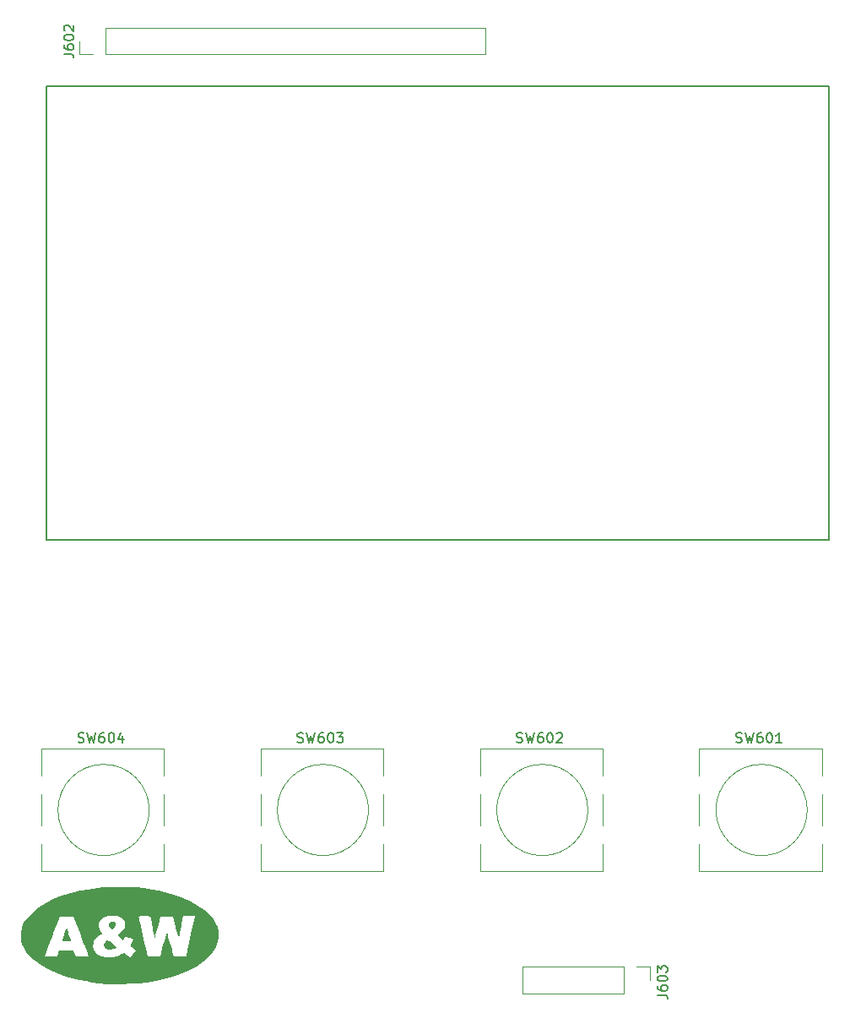
<source format=gbr>
%TF.GenerationSoftware,KiCad,Pcbnew,(6.0.8)*%
%TF.CreationDate,2023-03-03T00:49:48+05:30*%
%TF.ProjectId,STM32DryerPCB,53544d33-3244-4727-9965-725043422e6b,rev?*%
%TF.SameCoordinates,Original*%
%TF.FileFunction,Legend,Top*%
%TF.FilePolarity,Positive*%
%FSLAX46Y46*%
G04 Gerber Fmt 4.6, Leading zero omitted, Abs format (unit mm)*
G04 Created by KiCad (PCBNEW (6.0.8)) date 2023-03-03 00:49:48*
%MOMM*%
%LPD*%
G01*
G04 APERTURE LIST*
%ADD10C,0.150000*%
%ADD11C,0.120000*%
G04 APERTURE END LIST*
D10*
X-180500000Y-30000000D02*
X-102000000Y-30000000D01*
X-102000000Y-30000000D02*
X-102000000Y-75500000D01*
X-102000000Y-75500000D02*
X-180500000Y-75500000D01*
X-180500000Y-75500000D02*
X-180500000Y-30000000D01*
%TO.C,SW602*%
X-133345714Y-95744761D02*
X-133202857Y-95792380D01*
X-132964761Y-95792380D01*
X-132869523Y-95744761D01*
X-132821904Y-95697142D01*
X-132774285Y-95601904D01*
X-132774285Y-95506666D01*
X-132821904Y-95411428D01*
X-132869523Y-95363809D01*
X-132964761Y-95316190D01*
X-133155238Y-95268571D01*
X-133250476Y-95220952D01*
X-133298095Y-95173333D01*
X-133345714Y-95078095D01*
X-133345714Y-94982857D01*
X-133298095Y-94887619D01*
X-133250476Y-94840000D01*
X-133155238Y-94792380D01*
X-132917142Y-94792380D01*
X-132774285Y-94840000D01*
X-132440952Y-94792380D02*
X-132202857Y-95792380D01*
X-132012380Y-95078095D01*
X-131821904Y-95792380D01*
X-131583809Y-94792380D01*
X-130774285Y-94792380D02*
X-130964761Y-94792380D01*
X-131060000Y-94840000D01*
X-131107619Y-94887619D01*
X-131202857Y-95030476D01*
X-131250476Y-95220952D01*
X-131250476Y-95601904D01*
X-131202857Y-95697142D01*
X-131155238Y-95744761D01*
X-131060000Y-95792380D01*
X-130869523Y-95792380D01*
X-130774285Y-95744761D01*
X-130726666Y-95697142D01*
X-130679047Y-95601904D01*
X-130679047Y-95363809D01*
X-130726666Y-95268571D01*
X-130774285Y-95220952D01*
X-130869523Y-95173333D01*
X-131060000Y-95173333D01*
X-131155238Y-95220952D01*
X-131202857Y-95268571D01*
X-131250476Y-95363809D01*
X-130060000Y-94792380D02*
X-129964761Y-94792380D01*
X-129869523Y-94840000D01*
X-129821904Y-94887619D01*
X-129774285Y-94982857D01*
X-129726666Y-95173333D01*
X-129726666Y-95411428D01*
X-129774285Y-95601904D01*
X-129821904Y-95697142D01*
X-129869523Y-95744761D01*
X-129964761Y-95792380D01*
X-130060000Y-95792380D01*
X-130155238Y-95744761D01*
X-130202857Y-95697142D01*
X-130250476Y-95601904D01*
X-130298095Y-95411428D01*
X-130298095Y-95173333D01*
X-130250476Y-94982857D01*
X-130202857Y-94887619D01*
X-130155238Y-94840000D01*
X-130060000Y-94792380D01*
X-129345714Y-94887619D02*
X-129298095Y-94840000D01*
X-129202857Y-94792380D01*
X-128964761Y-94792380D01*
X-128869523Y-94840000D01*
X-128821904Y-94887619D01*
X-128774285Y-94982857D01*
X-128774285Y-95078095D01*
X-128821904Y-95220952D01*
X-129393333Y-95792380D01*
X-128774285Y-95792380D01*
%TO.C,J603*%
X-119247619Y-121085714D02*
X-118533333Y-121085714D01*
X-118390476Y-121133333D01*
X-118295238Y-121228571D01*
X-118247619Y-121371428D01*
X-118247619Y-121466666D01*
X-119247619Y-120180952D02*
X-119247619Y-120371428D01*
X-119200000Y-120466666D01*
X-119152380Y-120514285D01*
X-119009523Y-120609523D01*
X-118819047Y-120657142D01*
X-118438095Y-120657142D01*
X-118342857Y-120609523D01*
X-118295238Y-120561904D01*
X-118247619Y-120466666D01*
X-118247619Y-120276190D01*
X-118295238Y-120180952D01*
X-118342857Y-120133333D01*
X-118438095Y-120085714D01*
X-118676190Y-120085714D01*
X-118771428Y-120133333D01*
X-118819047Y-120180952D01*
X-118866666Y-120276190D01*
X-118866666Y-120466666D01*
X-118819047Y-120561904D01*
X-118771428Y-120609523D01*
X-118676190Y-120657142D01*
X-119247619Y-119466666D02*
X-119247619Y-119371428D01*
X-119200000Y-119276190D01*
X-119152380Y-119228571D01*
X-119057142Y-119180952D01*
X-118866666Y-119133333D01*
X-118628571Y-119133333D01*
X-118438095Y-119180952D01*
X-118342857Y-119228571D01*
X-118295238Y-119276190D01*
X-118247619Y-119371428D01*
X-118247619Y-119466666D01*
X-118295238Y-119561904D01*
X-118342857Y-119609523D01*
X-118438095Y-119657142D01*
X-118628571Y-119704761D01*
X-118866666Y-119704761D01*
X-119057142Y-119657142D01*
X-119152380Y-119609523D01*
X-119200000Y-119561904D01*
X-119247619Y-119466666D01*
X-119247619Y-118800000D02*
X-119247619Y-118180952D01*
X-118866666Y-118514285D01*
X-118866666Y-118371428D01*
X-118819047Y-118276190D01*
X-118771428Y-118228571D01*
X-118676190Y-118180952D01*
X-118438095Y-118180952D01*
X-118342857Y-118228571D01*
X-118295238Y-118276190D01*
X-118247619Y-118371428D01*
X-118247619Y-118657142D01*
X-118295238Y-118752380D01*
X-118342857Y-118800000D01*
%TO.C,SW604*%
X-177345714Y-95744761D02*
X-177202857Y-95792380D01*
X-176964761Y-95792380D01*
X-176869523Y-95744761D01*
X-176821904Y-95697142D01*
X-176774285Y-95601904D01*
X-176774285Y-95506666D01*
X-176821904Y-95411428D01*
X-176869523Y-95363809D01*
X-176964761Y-95316190D01*
X-177155238Y-95268571D01*
X-177250476Y-95220952D01*
X-177298095Y-95173333D01*
X-177345714Y-95078095D01*
X-177345714Y-94982857D01*
X-177298095Y-94887619D01*
X-177250476Y-94840000D01*
X-177155238Y-94792380D01*
X-176917142Y-94792380D01*
X-176774285Y-94840000D01*
X-176440952Y-94792380D02*
X-176202857Y-95792380D01*
X-176012380Y-95078095D01*
X-175821904Y-95792380D01*
X-175583809Y-94792380D01*
X-174774285Y-94792380D02*
X-174964761Y-94792380D01*
X-175060000Y-94840000D01*
X-175107619Y-94887619D01*
X-175202857Y-95030476D01*
X-175250476Y-95220952D01*
X-175250476Y-95601904D01*
X-175202857Y-95697142D01*
X-175155238Y-95744761D01*
X-175060000Y-95792380D01*
X-174869523Y-95792380D01*
X-174774285Y-95744761D01*
X-174726666Y-95697142D01*
X-174679047Y-95601904D01*
X-174679047Y-95363809D01*
X-174726666Y-95268571D01*
X-174774285Y-95220952D01*
X-174869523Y-95173333D01*
X-175060000Y-95173333D01*
X-175155238Y-95220952D01*
X-175202857Y-95268571D01*
X-175250476Y-95363809D01*
X-174060000Y-94792380D02*
X-173964761Y-94792380D01*
X-173869523Y-94840000D01*
X-173821904Y-94887619D01*
X-173774285Y-94982857D01*
X-173726666Y-95173333D01*
X-173726666Y-95411428D01*
X-173774285Y-95601904D01*
X-173821904Y-95697142D01*
X-173869523Y-95744761D01*
X-173964761Y-95792380D01*
X-174060000Y-95792380D01*
X-174155238Y-95744761D01*
X-174202857Y-95697142D01*
X-174250476Y-95601904D01*
X-174298095Y-95411428D01*
X-174298095Y-95173333D01*
X-174250476Y-94982857D01*
X-174202857Y-94887619D01*
X-174155238Y-94840000D01*
X-174060000Y-94792380D01*
X-172869523Y-95125714D02*
X-172869523Y-95792380D01*
X-173107619Y-94744761D02*
X-173345714Y-95459047D01*
X-172726666Y-95459047D01*
%TO.C,SW601*%
X-111345714Y-95744761D02*
X-111202857Y-95792380D01*
X-110964761Y-95792380D01*
X-110869523Y-95744761D01*
X-110821904Y-95697142D01*
X-110774285Y-95601904D01*
X-110774285Y-95506666D01*
X-110821904Y-95411428D01*
X-110869523Y-95363809D01*
X-110964761Y-95316190D01*
X-111155238Y-95268571D01*
X-111250476Y-95220952D01*
X-111298095Y-95173333D01*
X-111345714Y-95078095D01*
X-111345714Y-94982857D01*
X-111298095Y-94887619D01*
X-111250476Y-94840000D01*
X-111155238Y-94792380D01*
X-110917142Y-94792380D01*
X-110774285Y-94840000D01*
X-110440952Y-94792380D02*
X-110202857Y-95792380D01*
X-110012380Y-95078095D01*
X-109821904Y-95792380D01*
X-109583809Y-94792380D01*
X-108774285Y-94792380D02*
X-108964761Y-94792380D01*
X-109060000Y-94840000D01*
X-109107619Y-94887619D01*
X-109202857Y-95030476D01*
X-109250476Y-95220952D01*
X-109250476Y-95601904D01*
X-109202857Y-95697142D01*
X-109155238Y-95744761D01*
X-109060000Y-95792380D01*
X-108869523Y-95792380D01*
X-108774285Y-95744761D01*
X-108726666Y-95697142D01*
X-108679047Y-95601904D01*
X-108679047Y-95363809D01*
X-108726666Y-95268571D01*
X-108774285Y-95220952D01*
X-108869523Y-95173333D01*
X-109060000Y-95173333D01*
X-109155238Y-95220952D01*
X-109202857Y-95268571D01*
X-109250476Y-95363809D01*
X-108060000Y-94792380D02*
X-107964761Y-94792380D01*
X-107869523Y-94840000D01*
X-107821904Y-94887619D01*
X-107774285Y-94982857D01*
X-107726666Y-95173333D01*
X-107726666Y-95411428D01*
X-107774285Y-95601904D01*
X-107821904Y-95697142D01*
X-107869523Y-95744761D01*
X-107964761Y-95792380D01*
X-108060000Y-95792380D01*
X-108155238Y-95744761D01*
X-108202857Y-95697142D01*
X-108250476Y-95601904D01*
X-108298095Y-95411428D01*
X-108298095Y-95173333D01*
X-108250476Y-94982857D01*
X-108202857Y-94887619D01*
X-108155238Y-94840000D01*
X-108060000Y-94792380D01*
X-106774285Y-95792380D02*
X-107345714Y-95792380D01*
X-107060000Y-95792380D02*
X-107060000Y-94792380D01*
X-107155238Y-94935238D01*
X-107250476Y-95030476D01*
X-107345714Y-95078095D01*
%TO.C,SW603*%
X-155345714Y-95744761D02*
X-155202857Y-95792380D01*
X-154964761Y-95792380D01*
X-154869523Y-95744761D01*
X-154821904Y-95697142D01*
X-154774285Y-95601904D01*
X-154774285Y-95506666D01*
X-154821904Y-95411428D01*
X-154869523Y-95363809D01*
X-154964761Y-95316190D01*
X-155155238Y-95268571D01*
X-155250476Y-95220952D01*
X-155298095Y-95173333D01*
X-155345714Y-95078095D01*
X-155345714Y-94982857D01*
X-155298095Y-94887619D01*
X-155250476Y-94840000D01*
X-155155238Y-94792380D01*
X-154917142Y-94792380D01*
X-154774285Y-94840000D01*
X-154440952Y-94792380D02*
X-154202857Y-95792380D01*
X-154012380Y-95078095D01*
X-153821904Y-95792380D01*
X-153583809Y-94792380D01*
X-152774285Y-94792380D02*
X-152964761Y-94792380D01*
X-153060000Y-94840000D01*
X-153107619Y-94887619D01*
X-153202857Y-95030476D01*
X-153250476Y-95220952D01*
X-153250476Y-95601904D01*
X-153202857Y-95697142D01*
X-153155238Y-95744761D01*
X-153060000Y-95792380D01*
X-152869523Y-95792380D01*
X-152774285Y-95744761D01*
X-152726666Y-95697142D01*
X-152679047Y-95601904D01*
X-152679047Y-95363809D01*
X-152726666Y-95268571D01*
X-152774285Y-95220952D01*
X-152869523Y-95173333D01*
X-153060000Y-95173333D01*
X-153155238Y-95220952D01*
X-153202857Y-95268571D01*
X-153250476Y-95363809D01*
X-152060000Y-94792380D02*
X-151964761Y-94792380D01*
X-151869523Y-94840000D01*
X-151821904Y-94887619D01*
X-151774285Y-94982857D01*
X-151726666Y-95173333D01*
X-151726666Y-95411428D01*
X-151774285Y-95601904D01*
X-151821904Y-95697142D01*
X-151869523Y-95744761D01*
X-151964761Y-95792380D01*
X-152060000Y-95792380D01*
X-152155238Y-95744761D01*
X-152202857Y-95697142D01*
X-152250476Y-95601904D01*
X-152298095Y-95411428D01*
X-152298095Y-95173333D01*
X-152250476Y-94982857D01*
X-152202857Y-94887619D01*
X-152155238Y-94840000D01*
X-152060000Y-94792380D01*
X-151393333Y-94792380D02*
X-150774285Y-94792380D01*
X-151107619Y-95173333D01*
X-150964761Y-95173333D01*
X-150869523Y-95220952D01*
X-150821904Y-95268571D01*
X-150774285Y-95363809D01*
X-150774285Y-95601904D01*
X-150821904Y-95697142D01*
X-150869523Y-95744761D01*
X-150964761Y-95792380D01*
X-151250476Y-95792380D01*
X-151345714Y-95744761D01*
X-151393333Y-95697142D01*
%TO.C,J602*%
X-178777619Y-26785714D02*
X-178063333Y-26785714D01*
X-177920476Y-26833333D01*
X-177825238Y-26928571D01*
X-177777619Y-27071428D01*
X-177777619Y-27166666D01*
X-178777619Y-25880952D02*
X-178777619Y-26071428D01*
X-178730000Y-26166666D01*
X-178682380Y-26214285D01*
X-178539523Y-26309523D01*
X-178349047Y-26357142D01*
X-177968095Y-26357142D01*
X-177872857Y-26309523D01*
X-177825238Y-26261904D01*
X-177777619Y-26166666D01*
X-177777619Y-25976190D01*
X-177825238Y-25880952D01*
X-177872857Y-25833333D01*
X-177968095Y-25785714D01*
X-178206190Y-25785714D01*
X-178301428Y-25833333D01*
X-178349047Y-25880952D01*
X-178396666Y-25976190D01*
X-178396666Y-26166666D01*
X-178349047Y-26261904D01*
X-178301428Y-26309523D01*
X-178206190Y-26357142D01*
X-178777619Y-25166666D02*
X-178777619Y-25071428D01*
X-178730000Y-24976190D01*
X-178682380Y-24928571D01*
X-178587142Y-24880952D01*
X-178396666Y-24833333D01*
X-178158571Y-24833333D01*
X-177968095Y-24880952D01*
X-177872857Y-24928571D01*
X-177825238Y-24976190D01*
X-177777619Y-25071428D01*
X-177777619Y-25166666D01*
X-177825238Y-25261904D01*
X-177872857Y-25309523D01*
X-177968095Y-25357142D01*
X-178158571Y-25404761D01*
X-178396666Y-25404761D01*
X-178587142Y-25357142D01*
X-178682380Y-25309523D01*
X-178730000Y-25261904D01*
X-178777619Y-25166666D01*
X-178682380Y-24452380D02*
X-178730000Y-24404761D01*
X-178777619Y-24309523D01*
X-178777619Y-24071428D01*
X-178730000Y-23976190D01*
X-178682380Y-23928571D01*
X-178587142Y-23880952D01*
X-178491904Y-23880952D01*
X-178349047Y-23928571D01*
X-177777619Y-24500000D01*
X-177777619Y-23880952D01*
D11*
%TO.C,SW602*%
X-137040000Y-96350000D02*
X-124740000Y-96350000D01*
X-137040000Y-99070000D02*
X-137040000Y-96350000D01*
X-124740000Y-108650000D02*
X-137040000Y-108650000D01*
X-124740000Y-100930000D02*
X-124740000Y-104070000D01*
X-137040000Y-108650000D02*
X-137040000Y-105930000D01*
X-124740000Y-105930000D02*
X-124740000Y-108650000D01*
X-124740000Y-96350000D02*
X-124740000Y-99070000D01*
X-137040000Y-104070000D02*
X-137040000Y-100930000D01*
X-126210950Y-102540000D02*
G75*
G03*
X-126210950Y-102540000I-4579050J0D01*
G01*
%TO.C,J603*%
X-122570000Y-118270000D02*
X-132790000Y-118270000D01*
X-122570000Y-118270000D02*
X-122570000Y-120930000D01*
X-119970000Y-118270000D02*
X-119970000Y-119600000D01*
X-132790000Y-118270000D02*
X-132790000Y-120930000D01*
X-122570000Y-120930000D02*
X-132790000Y-120930000D01*
X-121300000Y-118270000D02*
X-119970000Y-118270000D01*
%TO.C,G\u002A\u002A\u002A*%
G36*
X-174334005Y-115562130D02*
G01*
X-174218771Y-115650596D01*
X-174187240Y-115677828D01*
X-174038694Y-115806830D01*
X-173855132Y-115963213D01*
X-173765545Y-116038524D01*
X-173627579Y-116161389D01*
X-173536610Y-116256906D01*
X-173515081Y-116293275D01*
X-173566389Y-116346087D01*
X-173695014Y-116409603D01*
X-173863006Y-116469909D01*
X-174032415Y-116513097D01*
X-174149800Y-116525946D01*
X-174323170Y-116495087D01*
X-174471256Y-116436442D01*
X-174658924Y-116279652D01*
X-174747368Y-116075110D01*
X-174752668Y-116006308D01*
X-174718920Y-115899939D01*
X-174636649Y-115760888D01*
X-174534308Y-115628205D01*
X-174440353Y-115540941D01*
X-174402999Y-115526450D01*
X-174334005Y-115562130D01*
G37*
G36*
X-173754002Y-113738641D02*
G01*
X-173607610Y-113830581D01*
X-173543440Y-113938756D01*
X-173551594Y-114090991D01*
X-173647433Y-114262431D01*
X-173812147Y-114421771D01*
X-173849390Y-114447904D01*
X-173942377Y-114494128D01*
X-174015196Y-114466676D01*
X-174095455Y-114375259D01*
X-174227141Y-114167429D01*
X-174260091Y-113995393D01*
X-174223837Y-113879256D01*
X-174101987Y-113759492D01*
X-173932085Y-113713782D01*
X-173754002Y-113738641D01*
G37*
G36*
X-178473125Y-114359409D02*
G01*
X-178423775Y-114509296D01*
X-178356752Y-114723169D01*
X-178300587Y-114907656D01*
X-178222372Y-115164325D01*
X-178152977Y-115386238D01*
X-178101631Y-115544191D01*
X-178081755Y-115600116D01*
X-178071978Y-115652231D01*
X-178108816Y-115683169D01*
X-178213719Y-115698313D01*
X-178408141Y-115703050D01*
X-178492561Y-115703248D01*
X-178720900Y-115700484D01*
X-178853448Y-115688613D01*
X-178912221Y-115662262D01*
X-178919237Y-115616061D01*
X-178915294Y-115600116D01*
X-178832196Y-115316285D01*
X-178745462Y-115030616D01*
X-178662030Y-114764696D01*
X-178588836Y-114540114D01*
X-178532818Y-114378458D01*
X-178500911Y-114301315D01*
X-178496907Y-114298024D01*
X-178473125Y-114359409D01*
G37*
G36*
X-182846239Y-116246799D02*
G01*
X-182954333Y-116004116D01*
X-183047800Y-115655699D01*
X-183089725Y-115247101D01*
X-183080109Y-114824143D01*
X-183018951Y-114432642D01*
X-182954333Y-114223726D01*
X-182686227Y-113697626D01*
X-182308420Y-113194752D01*
X-181827450Y-112718809D01*
X-181249854Y-112273506D01*
X-180582169Y-111862547D01*
X-179830934Y-111489642D01*
X-179002685Y-111158495D01*
X-178103960Y-110872815D01*
X-177141296Y-110636309D01*
X-176373317Y-110492122D01*
X-175841603Y-110410052D01*
X-175358276Y-110348064D01*
X-174891125Y-110303759D01*
X-174407941Y-110274736D01*
X-173876511Y-110258597D01*
X-173264626Y-110252942D01*
X-173161484Y-110252850D01*
X-172256883Y-110266061D01*
X-171436284Y-110308039D01*
X-170668561Y-110382304D01*
X-169922588Y-110492374D01*
X-169167236Y-110641766D01*
X-168653132Y-110762455D01*
X-167709481Y-111029066D01*
X-166839244Y-111341759D01*
X-166048186Y-111696753D01*
X-165342072Y-112090267D01*
X-164726665Y-112518522D01*
X-164207732Y-112977738D01*
X-163791036Y-113464133D01*
X-163482343Y-113973927D01*
X-163375039Y-114223652D01*
X-163238175Y-114748941D01*
X-163217443Y-115276585D01*
X-163311365Y-115801200D01*
X-163518463Y-116317404D01*
X-163837259Y-116819814D01*
X-164203698Y-117240871D01*
X-164792761Y-117759624D01*
X-165485794Y-118230562D01*
X-166278248Y-118651866D01*
X-167165572Y-119021719D01*
X-168143217Y-119338302D01*
X-169206634Y-119599795D01*
X-170351272Y-119804382D01*
X-170758119Y-119860651D01*
X-171021368Y-119887228D01*
X-171372029Y-119912075D01*
X-171786594Y-119934498D01*
X-172241556Y-119953803D01*
X-172713407Y-119969296D01*
X-173178641Y-119980282D01*
X-173613749Y-119986067D01*
X-173995226Y-119985956D01*
X-174299564Y-119979256D01*
X-174458004Y-119969937D01*
X-175240028Y-119893603D01*
X-175932563Y-119807926D01*
X-176563877Y-119708608D01*
X-177162240Y-119591352D01*
X-177581438Y-119495130D01*
X-178536727Y-119229690D01*
X-179418575Y-118916625D01*
X-180221248Y-118559661D01*
X-180939010Y-118162526D01*
X-181566125Y-117728946D01*
X-182096859Y-117262647D01*
X-182120352Y-117235499D01*
X-180701955Y-117235499D01*
X-179411645Y-117235499D01*
X-179316901Y-116909592D01*
X-179222158Y-116583686D01*
X-178508708Y-116600196D01*
X-177795258Y-116616705D01*
X-177693653Y-116911369D01*
X-177592048Y-117206032D01*
X-176933886Y-117222739D01*
X-176648278Y-117228644D01*
X-176461493Y-117227244D01*
X-176354577Y-117215853D01*
X-176308577Y-117191790D01*
X-176304541Y-117152369D01*
X-176309570Y-117134339D01*
X-176337824Y-117056002D01*
X-176402816Y-116880901D01*
X-176499495Y-116622481D01*
X-176622813Y-116294188D01*
X-176649300Y-116223866D01*
X-175853522Y-116223866D01*
X-175776928Y-116534759D01*
X-175602491Y-116811954D01*
X-175340223Y-117038839D01*
X-175046706Y-117182979D01*
X-174863859Y-117239042D01*
X-174679173Y-117270627D01*
X-174455416Y-117281378D01*
X-174155355Y-117274938D01*
X-174121044Y-117273544D01*
X-173820152Y-117256305D01*
X-173596505Y-117228428D01*
X-173409504Y-117181425D01*
X-173218551Y-117106807D01*
X-173129837Y-117066331D01*
X-172740787Y-116884272D01*
X-172435474Y-117091574D01*
X-172130162Y-117298876D01*
X-171877759Y-117016723D01*
X-171698058Y-116812321D01*
X-171593886Y-116673389D01*
X-171561653Y-116578035D01*
X-171597767Y-116504365D01*
X-171698638Y-116430486D01*
X-171774223Y-116385463D01*
X-171930759Y-116287177D01*
X-172041506Y-116205554D01*
X-172070412Y-116176032D01*
X-172067586Y-116092969D01*
X-172018781Y-115952361D01*
X-171992621Y-115896801D01*
X-171883689Y-115673287D01*
X-171835570Y-115530833D01*
X-171854708Y-115445919D01*
X-171947551Y-115395026D01*
X-172120545Y-115354636D01*
X-172142413Y-115350287D01*
X-172343808Y-115309107D01*
X-172506646Y-115273604D01*
X-172575961Y-115256692D01*
X-172670255Y-115287913D01*
X-172754209Y-115412470D01*
X-172840256Y-115594159D01*
X-173118736Y-115349032D01*
X-173263651Y-115215210D01*
X-173364367Y-115110240D01*
X-173397215Y-115061324D01*
X-173352933Y-115006635D01*
X-173238862Y-114910767D01*
X-173131795Y-114831659D01*
X-172851363Y-114582703D01*
X-172685170Y-114310527D01*
X-172631310Y-114017648D01*
X-172683524Y-113721006D01*
X-172836932Y-113478419D01*
X-173085805Y-113294350D01*
X-173281434Y-113224392D01*
X-171254351Y-113224392D01*
X-171253843Y-113275760D01*
X-171248403Y-113301740D01*
X-171225217Y-113406647D01*
X-171182364Y-113601082D01*
X-171125482Y-113859454D01*
X-171060205Y-114156173D01*
X-171043986Y-114229930D01*
X-170969587Y-114567336D01*
X-170878503Y-114978953D01*
X-170779782Y-115423972D01*
X-170682472Y-115861584D01*
X-170630348Y-116095463D01*
X-170555007Y-116435068D01*
X-170489439Y-116734255D01*
X-170437672Y-116974347D01*
X-170403732Y-117136664D01*
X-170391647Y-117202445D01*
X-170336784Y-117216081D01*
X-170188286Y-117224256D01*
X-169970291Y-117226191D01*
X-169763473Y-117222759D01*
X-169135300Y-117206032D01*
X-168809312Y-116012645D01*
X-168710705Y-115657863D01*
X-168620520Y-115345047D01*
X-168543829Y-115090854D01*
X-168485701Y-114911938D01*
X-168451207Y-114824955D01*
X-168446003Y-114819257D01*
X-168419041Y-114873147D01*
X-168367015Y-115022804D01*
X-168295603Y-115250209D01*
X-168210480Y-115537342D01*
X-168125750Y-115835847D01*
X-168030300Y-116178601D01*
X-167942199Y-116494584D01*
X-167867803Y-116761032D01*
X-167813466Y-116955180D01*
X-167788477Y-117043967D01*
X-167734135Y-117235499D01*
X-167119234Y-117235499D01*
X-166844061Y-117234158D01*
X-166664598Y-117227105D01*
X-166558696Y-117209797D01*
X-166504206Y-117177687D01*
X-166478979Y-117126232D01*
X-166472984Y-117102900D01*
X-166449220Y-116998181D01*
X-166405550Y-116801695D01*
X-166345519Y-116529665D01*
X-166272672Y-116198317D01*
X-166190551Y-115823874D01*
X-166102700Y-115422559D01*
X-166012664Y-115010598D01*
X-165923985Y-114604214D01*
X-165840209Y-114219631D01*
X-165764877Y-113873072D01*
X-165701536Y-113580763D01*
X-165653727Y-113358927D01*
X-165624995Y-113223788D01*
X-165618097Y-113189080D01*
X-165672855Y-113180682D01*
X-165820436Y-113174031D01*
X-166035800Y-113169978D01*
X-166203198Y-113169141D01*
X-166788298Y-113169141D01*
X-166853578Y-113478538D01*
X-166890167Y-113657773D01*
X-166941758Y-113918152D01*
X-167001542Y-114224990D01*
X-167062709Y-114543602D01*
X-167063694Y-114548774D01*
X-167118914Y-114832713D01*
X-167167596Y-115071656D01*
X-167205060Y-115243434D01*
X-167226624Y-115325881D01*
X-167228600Y-115329683D01*
X-167249641Y-115282175D01*
X-167296271Y-115137957D01*
X-167363375Y-114914118D01*
X-167445838Y-114627744D01*
X-167538546Y-114295922D01*
X-167544532Y-114274181D01*
X-167840394Y-113198608D01*
X-169053566Y-113198608D01*
X-169165516Y-113611137D01*
X-169303231Y-114117356D01*
X-169413585Y-114519821D01*
X-169499507Y-114828683D01*
X-169563930Y-115054092D01*
X-169609785Y-115206201D01*
X-169640001Y-115295160D01*
X-169657510Y-115331122D01*
X-169662466Y-115332352D01*
X-169679736Y-115270253D01*
X-169714136Y-115111751D01*
X-169761688Y-114876403D01*
X-169818413Y-114583765D01*
X-169863684Y-114343290D01*
X-169925717Y-114013363D01*
X-169982311Y-113718957D01*
X-170029182Y-113481855D01*
X-170062045Y-113323843D01*
X-170074326Y-113272274D01*
X-170102909Y-113224537D01*
X-170169129Y-113194047D01*
X-170294946Y-113177133D01*
X-170502320Y-113170124D01*
X-170691405Y-113169141D01*
X-170957799Y-113170160D01*
X-171126785Y-113176461D01*
X-171218817Y-113192915D01*
X-171254351Y-113224392D01*
X-173281434Y-113224392D01*
X-173424412Y-113173262D01*
X-173779888Y-113123099D01*
X-174221250Y-113132255D01*
X-174597506Y-113216662D01*
X-174899119Y-113371097D01*
X-175116552Y-113590337D01*
X-175240267Y-113869159D01*
X-175252574Y-113929518D01*
X-175249449Y-114170059D01*
X-175181520Y-114440431D01*
X-175065880Y-114685701D01*
X-174983147Y-114795381D01*
X-174864014Y-114922192D01*
X-175185294Y-115103512D01*
X-175474207Y-115301487D01*
X-175670369Y-115528332D01*
X-175798873Y-115815260D01*
X-175822263Y-115895891D01*
X-175853522Y-116223866D01*
X-176649300Y-116223866D01*
X-176767721Y-115909467D01*
X-176929170Y-115481765D01*
X-177068272Y-115113921D01*
X-177793127Y-113198608D01*
X-179193120Y-113198608D01*
X-179355400Y-113640603D01*
X-179458816Y-113920772D01*
X-179570789Y-114221824D01*
X-179662218Y-114465661D01*
X-179730721Y-114647850D01*
X-179830398Y-114913784D01*
X-179951257Y-115236765D01*
X-180083305Y-115590096D01*
X-180191546Y-115880046D01*
X-180317695Y-116217825D01*
X-180433494Y-116527274D01*
X-180531110Y-116787513D01*
X-180602711Y-116977660D01*
X-180639145Y-117073434D01*
X-180701955Y-117235499D01*
X-182120352Y-117235499D01*
X-182525475Y-116767356D01*
X-182846239Y-116246799D01*
G37*
%TO.C,SW604*%
X-168740000Y-108650000D02*
X-181040000Y-108650000D01*
X-181040000Y-104070000D02*
X-181040000Y-100930000D01*
X-181040000Y-108650000D02*
X-181040000Y-105930000D01*
X-168740000Y-96350000D02*
X-168740000Y-99070000D01*
X-181040000Y-96350000D02*
X-168740000Y-96350000D01*
X-168740000Y-100930000D02*
X-168740000Y-104070000D01*
X-168740000Y-105930000D02*
X-168740000Y-108650000D01*
X-181040000Y-99070000D02*
X-181040000Y-96350000D01*
X-170210950Y-102540000D02*
G75*
G03*
X-170210950Y-102540000I-4579050J0D01*
G01*
%TO.C,SW601*%
X-102740000Y-96350000D02*
X-102740000Y-99070000D01*
X-115040000Y-99070000D02*
X-115040000Y-96350000D01*
X-102740000Y-100930000D02*
X-102740000Y-104070000D01*
X-115040000Y-108650000D02*
X-115040000Y-105930000D01*
X-102740000Y-108650000D02*
X-115040000Y-108650000D01*
X-115040000Y-104070000D02*
X-115040000Y-100930000D01*
X-115040000Y-96350000D02*
X-102740000Y-96350000D01*
X-102740000Y-105930000D02*
X-102740000Y-108650000D01*
X-104210950Y-102540000D02*
G75*
G03*
X-104210950Y-102540000I-4579050J0D01*
G01*
%TO.C,SW603*%
X-159040000Y-104070000D02*
X-159040000Y-100930000D01*
X-146740000Y-108650000D02*
X-159040000Y-108650000D01*
X-146740000Y-100930000D02*
X-146740000Y-104070000D01*
X-146740000Y-96350000D02*
X-146740000Y-99070000D01*
X-146740000Y-105930000D02*
X-146740000Y-108650000D01*
X-159040000Y-108650000D02*
X-159040000Y-105930000D01*
X-159040000Y-99070000D02*
X-159040000Y-96350000D01*
X-159040000Y-96350000D02*
X-146740000Y-96350000D01*
X-148210950Y-102540000D02*
G75*
G03*
X-148210950Y-102540000I-4579050J0D01*
G01*
%TO.C,J602*%
X-174630000Y-26830000D02*
X-136470000Y-26830000D01*
X-136470000Y-26830000D02*
X-136470000Y-24170000D01*
X-174630000Y-24170000D02*
X-136470000Y-24170000D01*
X-174630000Y-26830000D02*
X-174630000Y-24170000D01*
X-175900000Y-26830000D02*
X-177230000Y-26830000D01*
X-177230000Y-26830000D02*
X-177230000Y-25500000D01*
%TD*%
M02*

</source>
